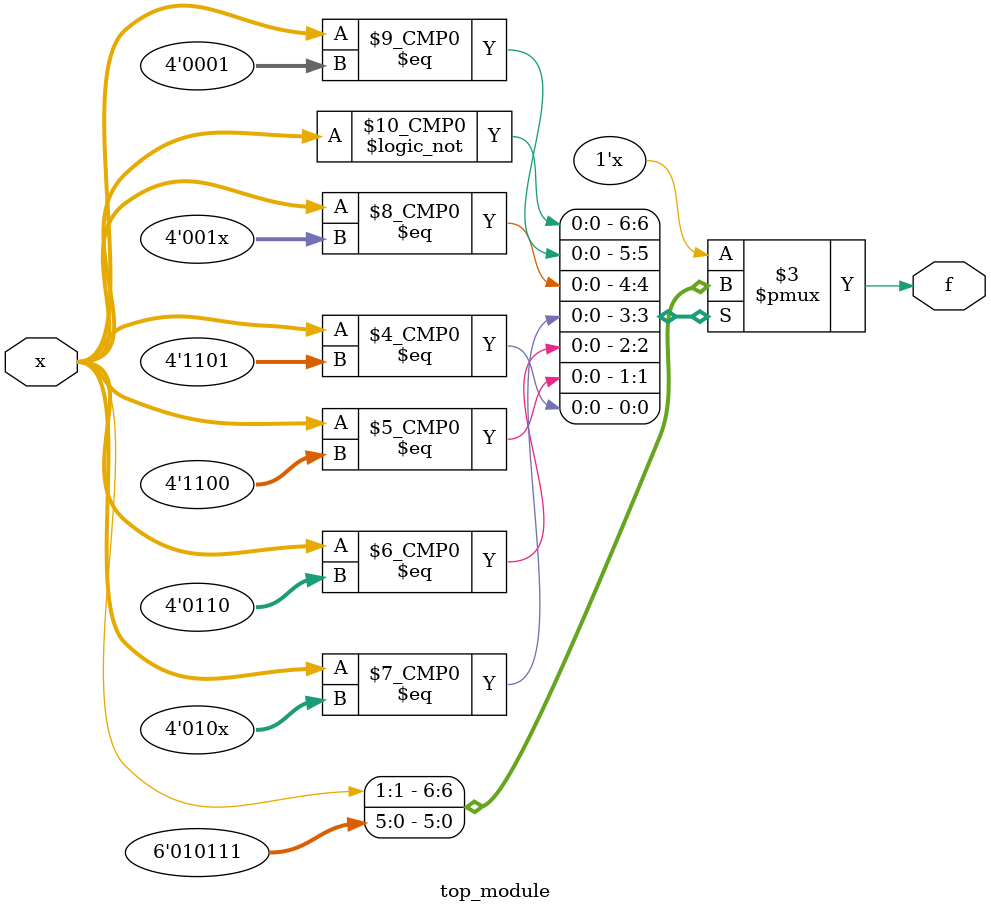
<source format=sv>
module top_module (
	input [4:1] x,
	output logic f
);

always_comb begin
	case (x)
		4'b0000: f = x;
		4'b0001: f = 1'b0;
		4'b001x: f = 1'b1;
		4'b010x: f = 1'b0;
		4'b0110: f = 1'b1;
		4'b1100: f = 1'b1;
		4'b1101: f = 1'b1;
		default: f = 1'bx;
	endcase
end

endmodule

</source>
